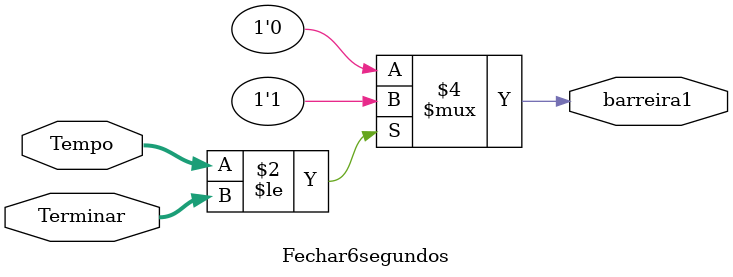
<source format=v>
`timescale 1ns / 1ps
module Fechar6segundos(Terminar,Tempo,barreira1);
	input [6:0] Terminar;
	input [6:0] Tempo;
	output barreira1;
	reg barreira1;
	always@(Tempo)
	#1
		begin
			if (Tempo <= Terminar)
				barreira1 = 1;
			else
				barreira1 = 0;
		end
endmodule

</source>
